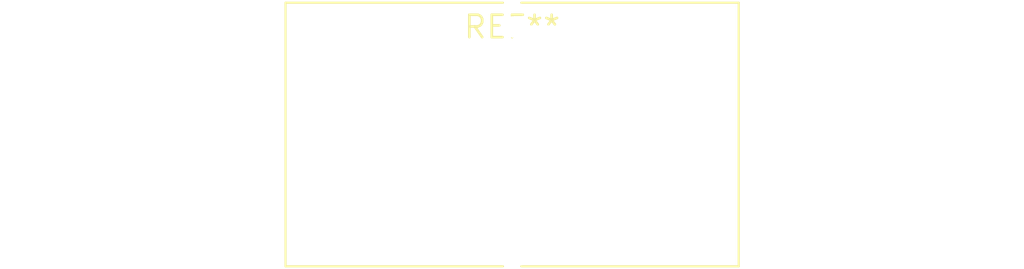
<source format=kicad_pcb>
(kicad_pcb (version 20240108) (generator pcbnew)
  (layers (0 "F.Cu" signal) (31 "B.Cu" signal) (34 "B.Paste" user) (35 "F.Paste" user) (36 "B.SilkS" user "B.Silkscreen") (37 "F.SilkS" user "F.Silkscreen") (38 "B.Mask" user) (39 "F.Mask" user) (44 "Edge.Cuts" user))
  (net 0 "")
  (footprint "L_Toroid_Vertical_L25.4mm_W14.7mm_P12.20mm_Vishay_TJ5" (layer "F.Cu") (at 0 0)
    (property "Reference" "REF**")
    (property "Value" "L_Toroid_Vertical_L25.4mm_W14.7mm_P12.20mm_Vishay_TJ5")
    (fp_line (start -12.82 -1.37) (end -12.82 13.57) (layer "F.SilkS") (stroke (width 0.12)))
    (fp_line (start -12.82 -1.37) (end -0.517 -1.37) (layer "F.SilkS") (stroke (width 0.12)))
    (fp_line (start -12.82 13.57) (end -0.517 13.57) (layer "F.SilkS") (stroke (width 0.12)))
    (fp_line (start 0.517 -1.37) (end 12.82 -1.37) (layer "F.SilkS") (stroke (width 0.12)))
    (fp_line (start 0.517 13.57) (end 12.82 13.57) (layer "F.SilkS") (stroke (width 0.12)))
    (fp_line (start 12.82 -1.37) (end 12.82 13.57) (layer "F.SilkS") (stroke (width 0.12)))
    (pad "1" thru_hole circle (at 0 0) (size 2.4 2.4) (drill 1.2) (layers *.Cu *.Mask) (remove_unused_layers))
    (pad "2" thru_hole circle (at 0 12.2) (size 2.4 2.4) (drill 1.2) (layers *.Cu *.Mask) (remove_unused_layers))
  )
)
</source>
